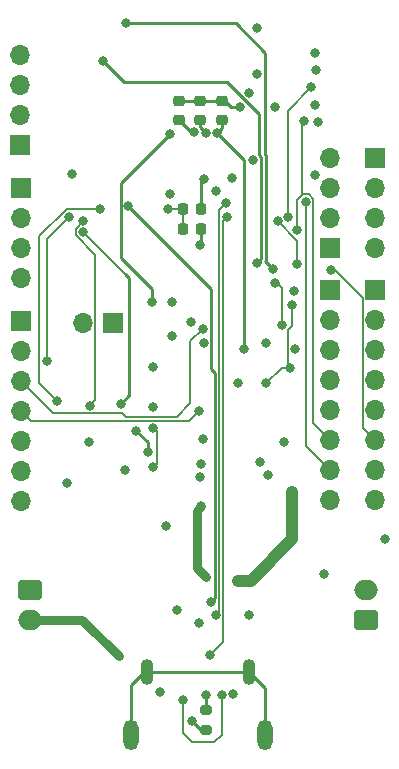
<source format=gbr>
%TF.GenerationSoftware,KiCad,Pcbnew,(6.0.5)*%
%TF.CreationDate,2022-07-28T20:20:27-06:00*%
%TF.ProjectId,transmitter,7472616e-736d-4697-9474-65722e6b6963,rev?*%
%TF.SameCoordinates,Original*%
%TF.FileFunction,Copper,L4,Bot*%
%TF.FilePolarity,Positive*%
%FSLAX46Y46*%
G04 Gerber Fmt 4.6, Leading zero omitted, Abs format (unit mm)*
G04 Created by KiCad (PCBNEW (6.0.5)) date 2022-07-28 20:20:27*
%MOMM*%
%LPD*%
G01*
G04 APERTURE LIST*
G04 Aperture macros list*
%AMRoundRect*
0 Rectangle with rounded corners*
0 $1 Rounding radius*
0 $2 $3 $4 $5 $6 $7 $8 $9 X,Y pos of 4 corners*
0 Add a 4 corners polygon primitive as box body*
4,1,4,$2,$3,$4,$5,$6,$7,$8,$9,$2,$3,0*
0 Add four circle primitives for the rounded corners*
1,1,$1+$1,$2,$3*
1,1,$1+$1,$4,$5*
1,1,$1+$1,$6,$7*
1,1,$1+$1,$8,$9*
0 Add four rect primitives between the rounded corners*
20,1,$1+$1,$2,$3,$4,$5,0*
20,1,$1+$1,$4,$5,$6,$7,0*
20,1,$1+$1,$6,$7,$8,$9,0*
20,1,$1+$1,$8,$9,$2,$3,0*%
G04 Aperture macros list end*
%TA.AperFunction,ComponentPad*%
%ADD10RoundRect,0.250000X-0.750000X0.600000X-0.750000X-0.600000X0.750000X-0.600000X0.750000X0.600000X0*%
%TD*%
%TA.AperFunction,ComponentPad*%
%ADD11O,2.000000X1.700000*%
%TD*%
%TA.AperFunction,ComponentPad*%
%ADD12R,1.700000X1.700000*%
%TD*%
%TA.AperFunction,ComponentPad*%
%ADD13O,1.700000X1.700000*%
%TD*%
%TA.AperFunction,ComponentPad*%
%ADD14O,1.100000X2.200000*%
%TD*%
%TA.AperFunction,ComponentPad*%
%ADD15O,1.300000X2.600000*%
%TD*%
%TA.AperFunction,ComponentPad*%
%ADD16RoundRect,0.250000X0.750000X-0.600000X0.750000X0.600000X-0.750000X0.600000X-0.750000X-0.600000X0*%
%TD*%
%TA.AperFunction,SMDPad,CuDef*%
%ADD17RoundRect,0.225000X-0.225000X-0.250000X0.225000X-0.250000X0.225000X0.250000X-0.225000X0.250000X0*%
%TD*%
%TA.AperFunction,SMDPad,CuDef*%
%ADD18RoundRect,0.225000X-0.250000X0.225000X-0.250000X-0.225000X0.250000X-0.225000X0.250000X0.225000X0*%
%TD*%
%TA.AperFunction,SMDPad,CuDef*%
%ADD19RoundRect,0.225000X0.250000X-0.225000X0.250000X0.225000X-0.250000X0.225000X-0.250000X-0.225000X0*%
%TD*%
%TA.AperFunction,SMDPad,CuDef*%
%ADD20RoundRect,0.200000X-0.275000X0.200000X-0.275000X-0.200000X0.275000X-0.200000X0.275000X0.200000X0*%
%TD*%
%TA.AperFunction,ViaPad*%
%ADD21C,0.800000*%
%TD*%
%TA.AperFunction,Conductor*%
%ADD22C,0.250000*%
%TD*%
%TA.AperFunction,Conductor*%
%ADD23C,0.200000*%
%TD*%
%TA.AperFunction,Conductor*%
%ADD24C,0.800000*%
%TD*%
%TA.AperFunction,Conductor*%
%ADD25C,1.000000*%
%TD*%
%TA.AperFunction,Conductor*%
%ADD26C,0.254000*%
%TD*%
G04 APERTURE END LIST*
D10*
%TO.P,J9,1,Pin_1*%
%TO.N,GND*%
X134800000Y-125000000D03*
D11*
%TO.P,J9,2,Pin_2*%
%TO.N,Net-(D2-Pad2)*%
X134800000Y-127500000D03*
%TD*%
D12*
%TO.P,J3,1,Pin_1*%
%TO.N,GND*%
X160225000Y-99625000D03*
D13*
%TO.P,J3,2,Pin_2*%
%TO.N,/MISO*%
X160225000Y-102165000D03*
%TO.P,J3,3,Pin_3*%
%TO.N,/MOSI*%
X160225000Y-104705000D03*
%TO.P,J3,4,Pin_4*%
%TO.N,/SCK*%
X160225000Y-107245000D03*
%TO.P,J3,5,Pin_5*%
%TO.N,/CS2*%
X160225000Y-109785000D03*
%TO.P,J3,6,Pin_6*%
%TO.N,/SDA*%
X160225000Y-112325000D03*
%TO.P,J3,7,Pin_7*%
%TO.N,/SCL*%
X160225000Y-114865000D03*
%TO.P,J3,8,Pin_8*%
%TO.N,+3V3*%
X160225000Y-117405000D03*
%TD*%
D14*
%TO.P,J10,S1,SHIELD*%
%TO.N,unconnected-(J10-PadS1)*%
X144680000Y-131940000D03*
%TO.P,J10,S2,SHIELD*%
X153320000Y-131940000D03*
D15*
%TO.P,J10,S3,SHIELD*%
X143350000Y-137300000D03*
%TO.P,J10,S4,SHIELD*%
X154650000Y-137300000D03*
%TD*%
D12*
%TO.P,J8,1,Pin_1*%
%TO.N,GND*%
X134000000Y-90980000D03*
D13*
%TO.P,J8,2,Pin_2*%
%TO.N,/TX*%
X134000000Y-93520000D03*
%TO.P,J8,3,Pin_3*%
%TO.N,/RX*%
X134000000Y-96060000D03*
%TO.P,J8,4,Pin_4*%
%TO.N,+3V3*%
X134000000Y-98600000D03*
%TD*%
D12*
%TO.P,J4,1,Pin_1*%
%TO.N,/~{THERM}*%
X141775000Y-102400000D03*
D13*
%TO.P,J4,2,Pin_2*%
%TO.N,+3V3*%
X139235000Y-102400000D03*
%TD*%
D12*
%TO.P,J2,1,Pin_1*%
%TO.N,/MCU/GPIO4*%
X133900000Y-87300000D03*
D13*
%TO.P,J2,2,Pin_2*%
%TO.N,/MCU/GPIO3*%
X133900000Y-84760000D03*
%TO.P,J2,3,Pin_3*%
%TO.N,/MCU/GPIO2*%
X133900000Y-82220000D03*
%TO.P,J2,4,Pin_4*%
%TO.N,/MCU/GPIO1*%
X133900000Y-79680000D03*
%TD*%
D12*
%TO.P,J5,1,Pin_1*%
%TO.N,GND*%
X134000000Y-102200000D03*
D13*
%TO.P,J5,2,Pin_2*%
%TO.N,/MISO*%
X134000000Y-104740000D03*
%TO.P,J5,3,Pin_3*%
%TO.N,/MOSI*%
X134000000Y-107280000D03*
%TO.P,J5,4,Pin_4*%
%TO.N,/SCK*%
X134000000Y-109820000D03*
%TO.P,J5,5,Pin_5*%
%TO.N,/CS1*%
X134000000Y-112360000D03*
%TO.P,J5,6,Pin_6*%
%TO.N,/CS*%
X134000000Y-114900000D03*
%TO.P,J5,7,Pin_7*%
%TO.N,+3V3*%
X134000000Y-117440000D03*
%TD*%
D16*
%TO.P,J1,1,Pin_1*%
%TO.N,GND*%
X163200000Y-127500000D03*
D11*
%TO.P,J1,2,Pin_2*%
%TO.N,/VBAT*%
X163200000Y-125000000D03*
%TD*%
D12*
%TO.P,J7,1,Pin_1*%
%TO.N,GND*%
X164025000Y-88400000D03*
D13*
%TO.P,J7,2,Pin_2*%
%TO.N,/SCL*%
X164025000Y-90940000D03*
%TO.P,J7,3,Pin_3*%
%TO.N,/SDA*%
X164025000Y-93480000D03*
%TO.P,J7,4,Pin_4*%
%TO.N,+3V3*%
X164025000Y-96020000D03*
%TD*%
D12*
%TO.P,J6,1,Pin_1*%
%TO.N,GND*%
X160200000Y-96000000D03*
D13*
%TO.P,J6,2,Pin_2*%
%TO.N,/SWCLK*%
X160200000Y-93460000D03*
%TO.P,J6,3,Pin_3*%
%TO.N,/SWDIO*%
X160200000Y-90920000D03*
%TO.P,J6,4,Pin_4*%
%TO.N,+3V3*%
X160200000Y-88380000D03*
%TD*%
D12*
%TO.P,J11,1,Pin_1*%
%TO.N,GND*%
X164025000Y-99625000D03*
D13*
%TO.P,J11,2,Pin_2*%
%TO.N,/MISO*%
X164025000Y-102165000D03*
%TO.P,J11,3,Pin_3*%
%TO.N,/MOSI*%
X164025000Y-104705000D03*
%TO.P,J11,4,Pin_4*%
%TO.N,/SCK*%
X164025000Y-107245000D03*
%TO.P,J11,5,Pin_5*%
%TO.N,/RST*%
X164025000Y-109785000D03*
%TO.P,J11,6,Pin_6*%
%TO.N,/CS3*%
X164025000Y-112325000D03*
%TO.P,J11,7,Pin_7*%
%TO.N,/IRQ*%
X164025000Y-114865000D03*
%TO.P,J11,8,Pin_8*%
%TO.N,+3V3*%
X164025000Y-117405000D03*
%TD*%
D17*
%TO.P,C9,1*%
%TO.N,+3V3*%
X147725000Y-94400000D03*
%TO.P,C9,2*%
%TO.N,GND*%
X149275000Y-94400000D03*
%TD*%
D18*
%TO.P,C5,1*%
%TO.N,GND*%
X149200000Y-83625000D03*
%TO.P,C5,2*%
%TO.N,Net-(C5-Pad2)*%
X149200000Y-85175000D03*
%TD*%
D17*
%TO.P,C8,1*%
%TO.N,+3V3*%
X147725000Y-92700000D03*
%TO.P,C8,2*%
%TO.N,GND*%
X149275000Y-92700000D03*
%TD*%
D18*
%TO.P,C4,1*%
%TO.N,GND*%
X147400000Y-83625000D03*
%TO.P,C4,2*%
%TO.N,Net-(C4-Pad2)*%
X147400000Y-85175000D03*
%TD*%
D19*
%TO.P,C3,1*%
%TO.N,Net-(C3-Pad1)*%
X151000000Y-85175000D03*
%TO.P,C3,2*%
%TO.N,GND*%
X151000000Y-83625000D03*
%TD*%
D20*
%TO.P,R19,1*%
%TO.N,Net-(J10-PadB5)*%
X149700000Y-135175000D03*
%TO.P,R19,2*%
%TO.N,GND*%
X149700000Y-136825000D03*
%TD*%
D21*
%TO.N,GND*%
X155500000Y-84100000D03*
X149500000Y-90200000D03*
X138325000Y-89775000D03*
X137900000Y-115900000D03*
X149200000Y-95800000D03*
X146600000Y-91500000D03*
X159000000Y-81000000D03*
X149100000Y-127800000D03*
X152400000Y-107500000D03*
X149400000Y-112200000D03*
X153300000Y-82900000D03*
X158900000Y-89900000D03*
X145200000Y-109500000D03*
X159200000Y-85400000D03*
X146800000Y-103500000D03*
X142850000Y-114862500D03*
X164800000Y-120700000D03*
X148400000Y-102300000D03*
X154900000Y-115300000D03*
X145800000Y-133600000D03*
X149200000Y-115400000D03*
X158950000Y-79550000D03*
X155500000Y-84100000D03*
X154000000Y-77400000D03*
X150500000Y-91200000D03*
X147200000Y-126700000D03*
X148500000Y-136100000D03*
X153300000Y-127100000D03*
X152000000Y-133800000D03*
X146300000Y-119600000D03*
X152600000Y-84100000D03*
X159700000Y-123600000D03*
X139789355Y-112439442D03*
%TO.N,Net-(C3-Pad1)*%
X152900000Y-104600000D03*
X150600000Y-86300000D03*
%TO.N,Net-(C4-Pad2)*%
X148687119Y-86209803D03*
%TO.N,Net-(C5-Pad2)*%
X149680497Y-86300000D03*
%TO.N,+3V3*%
X149300000Y-114300000D03*
X151900000Y-90100000D03*
X154800000Y-104100000D03*
X154300000Y-114200000D03*
X154000000Y-81300000D03*
X146500000Y-92700000D03*
X158900000Y-83900000D03*
X145200000Y-106100000D03*
X146800000Y-100600000D03*
X146800000Y-100600000D03*
%TO.N,/LiPo/SOUT*%
X149300000Y-117900000D03*
X149700000Y-123900000D03*
%TO.N,/Regulators/+5V_reg*%
X152400000Y-124200000D03*
X157000000Y-116700000D03*
%TO.N,Net-(D2-Pad2)*%
X142300000Y-130600000D03*
%TO.N,Net-(D6-Pad2)*%
X147700000Y-134300000D03*
X151000000Y-133900000D03*
%TO.N,/MISO*%
X157100000Y-99700000D03*
X149500000Y-104100000D03*
%TO.N,/MOSI*%
X157226500Y-104600000D03*
X149400000Y-102900000D03*
%TO.N,/SCK*%
X149100000Y-109800000D03*
X156950000Y-100850000D03*
X154800000Y-107500000D03*
X156800000Y-106200000D03*
%TO.N,/SDA*%
X158000000Y-85300000D03*
X156300000Y-112500000D03*
X157400000Y-94500000D03*
%TO.N,/SCL*%
X158150000Y-92150000D03*
%TO.N,/~{THERM}*%
X146600000Y-86400000D03*
X145100000Y-100600000D03*
%TO.N,/CS1*%
X137100000Y-109000000D03*
X140700000Y-92700000D03*
%TO.N,/CS*%
X136200000Y-105600000D03*
X138100000Y-93400000D03*
%TO.N,/SWCLK*%
X153700000Y-88600000D03*
%TO.N,/D+*%
X150500000Y-127100000D03*
X151400000Y-92200000D03*
%TO.N,/D-*%
X151500000Y-93400000D03*
X150000000Y-130500000D03*
%TO.N,Net-(J10-PadB5)*%
X149700000Y-133900000D03*
%TO.N,/MCU/VDIV*%
X143100000Y-92500000D03*
X150100000Y-126000000D03*
%TO.N,/PGOOD*%
X142450000Y-109250000D03*
X145230500Y-114600000D03*
X139300000Y-94700000D03*
X145200000Y-111300000D03*
%TO.N,/CHG*%
X139300000Y-93773497D03*
X144790631Y-113278869D03*
X139825000Y-109375000D03*
X143800000Y-111500000D03*
%TO.N,/LEDs/G_a*%
X141000000Y-80200000D03*
X154000000Y-97300000D03*
%TO.N,/LEDs/B_a*%
X155400000Y-97800000D03*
X142900000Y-77000000D03*
%TO.N,/CS3*%
X157400000Y-97400000D03*
X160300000Y-97900000D03*
X155761695Y-93794527D03*
%TO.N,/IRQ*%
X155500000Y-99000000D03*
X156100000Y-102600000D03*
%TO.N,/Barometer/INTB*%
X156600000Y-93400000D03*
X158600000Y-82400000D03*
%TD*%
D22*
%TO.N,GND*%
X149225000Y-136825000D02*
X148500000Y-136100000D01*
X149700000Y-136825000D02*
X149225000Y-136825000D01*
X149200000Y-83625000D02*
X151325000Y-83625000D01*
X149275000Y-90425000D02*
X149500000Y-90200000D01*
X151600000Y-83900000D02*
X151800000Y-84100000D01*
X147400000Y-83625000D02*
X149200000Y-83625000D01*
X149275000Y-92700000D02*
X149275000Y-90425000D01*
X149275000Y-95725000D02*
X149200000Y-95800000D01*
X151325000Y-83625000D02*
X151600000Y-83900000D01*
X151800000Y-84100000D02*
X152600000Y-84100000D01*
X149275000Y-94400000D02*
X149275000Y-95725000D01*
%TO.N,Net-(C3-Pad1)*%
X150600000Y-86300000D02*
X152900000Y-88600000D01*
X150600000Y-86300000D02*
X151000000Y-85900000D01*
X151000000Y-85900000D02*
X151000000Y-85175000D01*
X152900000Y-88600000D02*
X152900000Y-104600000D01*
%TO.N,Net-(C4-Pad2)*%
X148434803Y-86209803D02*
X147400000Y-85175000D01*
X148687119Y-86209803D02*
X148434803Y-86209803D01*
%TO.N,Net-(C5-Pad2)*%
X149200000Y-85819503D02*
X149200000Y-85175000D01*
X149680497Y-86300000D02*
X149200000Y-85819503D01*
D23*
%TO.N,+3V3*%
X147725000Y-92700000D02*
X146500000Y-92700000D01*
X147725000Y-94400000D02*
X147725000Y-92700000D01*
D24*
%TO.N,/LiPo/SOUT*%
X148900000Y-118300000D02*
X149300000Y-117900000D01*
X148900000Y-123100000D02*
X148900000Y-118300000D01*
X149700000Y-123900000D02*
X148900000Y-123100000D01*
D25*
%TO.N,/Regulators/+5V_reg*%
X153500000Y-124200000D02*
X157000000Y-120700000D01*
X152400000Y-124200000D02*
X153500000Y-124200000D01*
X157000000Y-120700000D02*
X157000000Y-116700000D01*
D24*
%TO.N,Net-(D2-Pad2)*%
X139200000Y-127500000D02*
X142300000Y-130600000D01*
X134800000Y-127500000D02*
X139200000Y-127500000D01*
D23*
%TO.N,Net-(D6-Pad2)*%
X148300000Y-137700000D02*
X147700000Y-137100000D01*
X151000000Y-133900000D02*
X151000000Y-137300000D01*
X147700000Y-137100000D02*
X147700000Y-134300000D01*
X150400000Y-137900000D02*
X148500000Y-137900000D01*
X148500000Y-137900000D02*
X148300000Y-137700000D01*
X151000000Y-137300000D02*
X150400000Y-137900000D01*
%TO.N,/MOSI*%
X142926479Y-110343480D02*
X147200000Y-110343480D01*
X147200000Y-110343480D02*
X148369991Y-109173489D01*
X136746511Y-110001511D02*
X142584510Y-110001511D01*
X142584510Y-110001511D02*
X142926479Y-110343480D01*
X134025000Y-107280000D02*
X136746511Y-110001511D01*
X148369991Y-103930009D02*
X149400000Y-102900000D01*
X148369991Y-109173489D02*
X148369991Y-103930009D01*
%TO.N,/SCK*%
X156600000Y-106000000D02*
X156800000Y-106200000D01*
X148230000Y-110670000D02*
X149100000Y-109800000D01*
X156600000Y-102986021D02*
X156600000Y-106000000D01*
X156100000Y-106200000D02*
X156800000Y-106200000D01*
X134875000Y-110670000D02*
X148230000Y-110670000D01*
X156950000Y-100850000D02*
X156950000Y-102636021D01*
X156950000Y-102636021D02*
X156600000Y-102986021D01*
X154800000Y-107500000D02*
X156100000Y-106200000D01*
X134025000Y-109820000D02*
X134875000Y-110670000D01*
%TO.N,/SDA*%
X160225000Y-112325000D02*
X158776511Y-110876511D01*
X157913979Y-91500000D02*
X157400000Y-92013979D01*
X157400000Y-92013979D02*
X157400000Y-94500000D01*
X158776511Y-110876511D02*
X158776511Y-91890490D01*
X157823489Y-85476511D02*
X158000000Y-85300000D01*
X158776511Y-91890490D02*
X158386021Y-91500000D01*
X158386021Y-91500000D02*
X157913979Y-91500000D01*
X157913979Y-91500000D02*
X157823489Y-91409510D01*
X157823489Y-91409510D02*
X157823489Y-85476511D01*
%TO.N,/SCL*%
X160225000Y-114865000D02*
X158150000Y-112790000D01*
X158150000Y-112790000D02*
X158150000Y-92150000D01*
D22*
%TO.N,/~{THERM}*%
X142455489Y-90544511D02*
X142455489Y-96855489D01*
X142455489Y-96855489D02*
X145100000Y-99500000D01*
X146600000Y-86400000D02*
X142455489Y-90544511D01*
X145100000Y-99500000D02*
X145100000Y-100600000D01*
D23*
%TO.N,/CS1*%
X140700000Y-92700000D02*
X137913979Y-92700000D01*
X135573489Y-107473489D02*
X137100000Y-109000000D01*
X135573489Y-95040490D02*
X135573489Y-107473489D01*
X137913979Y-92700000D02*
X135573489Y-95040490D01*
%TO.N,/CS*%
X136200000Y-95300000D02*
X138100000Y-93400000D01*
X136200000Y-105600000D02*
X136200000Y-95300000D01*
%TO.N,/D+*%
X150800000Y-92800000D02*
X150800000Y-126800000D01*
X150800000Y-126800000D02*
X150500000Y-127100000D01*
X151400000Y-92200000D02*
X150800000Y-92800000D01*
%TO.N,/D-*%
X151500000Y-93400000D02*
X151126511Y-93773489D01*
X151126511Y-93773489D02*
X151126511Y-129373489D01*
X151126511Y-129373489D02*
X150000000Y-130500000D01*
D22*
%TO.N,Net-(J10-PadB5)*%
X149700000Y-133900000D02*
X149700000Y-135175000D01*
%TO.N,unconnected-(J10-PadS1)*%
X144680000Y-131940000D02*
X144460000Y-131940000D01*
X144460000Y-131940000D02*
X143350000Y-133050000D01*
X154650000Y-133270000D02*
X153320000Y-131940000D01*
X153320000Y-131940000D02*
X144680000Y-131940000D01*
X143350000Y-133050000D02*
X143350000Y-137300000D01*
X154650000Y-137300000D02*
X154650000Y-133270000D01*
%TO.N,/MCU/VDIV*%
X150448480Y-115500000D02*
X150448480Y-125651520D01*
X150448480Y-106588480D02*
X150448480Y-115500000D01*
X150448480Y-125651520D02*
X150100000Y-126000000D01*
X150151511Y-106291511D02*
X150448480Y-106588480D01*
X150151511Y-99551511D02*
X150151511Y-106291511D01*
X143100000Y-92500000D02*
X150151511Y-99551511D01*
D26*
%TO.N,/PGOOD*%
X143200000Y-98600000D02*
X142851511Y-98251511D01*
D23*
X145230500Y-114600000D02*
X145500000Y-114330500D01*
X145300000Y-111300000D02*
X145200000Y-111300000D01*
D26*
X143200000Y-108500000D02*
X143200000Y-98600000D01*
D23*
X145500000Y-114330500D02*
X145500000Y-111500000D01*
D26*
X142450000Y-109250000D02*
X143200000Y-108500000D01*
D23*
X145500000Y-111500000D02*
X145300000Y-111300000D01*
X142851511Y-98251511D02*
X139300000Y-94700000D01*
%TO.N,/CHG*%
X140311511Y-96597532D02*
X140311511Y-108888489D01*
X138673489Y-94400008D02*
X138673489Y-94959510D01*
X140311511Y-108888489D02*
X139825000Y-109375000D01*
X138673489Y-94959510D02*
X140311511Y-96597532D01*
X139300000Y-93773497D02*
X138673489Y-94400008D01*
D22*
X144790631Y-113278869D02*
X144790631Y-112490631D01*
X144790631Y-112490631D02*
X143800000Y-111500000D01*
%TO.N,/LEDs/G_a*%
X154351511Y-96948489D02*
X154351511Y-88330134D01*
X154200000Y-84721377D02*
X151430134Y-81951511D01*
X151430134Y-81951511D02*
X142751511Y-81951511D01*
X154000000Y-97300000D02*
X154351511Y-96948489D01*
X142751511Y-81951511D02*
X141000000Y-80200000D01*
X154351511Y-88330134D02*
X154200000Y-88178623D01*
X154200000Y-88178623D02*
X154200000Y-84721377D01*
%TO.N,/LEDs/B_a*%
X154728031Y-97104448D02*
X154728031Y-88174175D01*
X154700000Y-79500000D02*
X152200000Y-77000000D01*
X152200000Y-77000000D02*
X142900000Y-77000000D01*
X155400000Y-97800000D02*
X154716240Y-97116240D01*
X154700000Y-88146144D02*
X154700000Y-79500000D01*
X154728031Y-88174175D02*
X154700000Y-88146144D01*
X154716240Y-97116240D02*
X154728031Y-97104448D01*
D23*
%TO.N,/CS3*%
X164025000Y-112325000D02*
X162948489Y-111248489D01*
X162948489Y-111248489D02*
X162948489Y-100248489D01*
X157400000Y-95432832D02*
X157400000Y-97400000D01*
X162948489Y-100248489D02*
X160600000Y-97900000D01*
X160600000Y-97900000D02*
X160300000Y-97900000D01*
X155761695Y-93794527D02*
X157400000Y-95432832D01*
%TO.N,/IRQ*%
X156100000Y-102600000D02*
X156100000Y-99400000D01*
X156100000Y-99400000D02*
X155700000Y-99000000D01*
X155700000Y-99000000D02*
X155500000Y-99000000D01*
%TO.N,/Barometer/INTB*%
X156600000Y-84400000D02*
X158600000Y-82400000D01*
X156600000Y-93400000D02*
X156600000Y-84400000D01*
%TD*%
M02*

</source>
